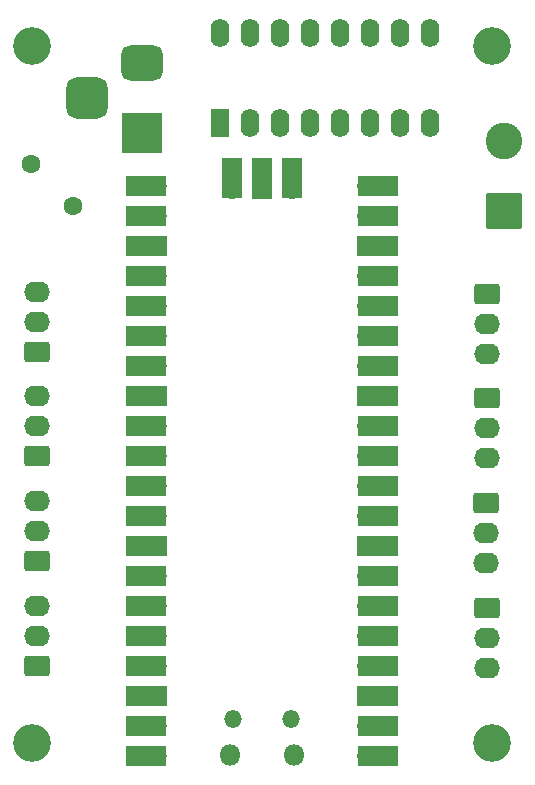
<source format=gts>
%TF.GenerationSoftware,KiCad,Pcbnew,(6.0.7)*%
%TF.CreationDate,2022-09-24T21:41:20+01:00*%
%TF.ProjectId,mini_jellies,6d696e69-5f6a-4656-9c6c-6965732e6b69,rev?*%
%TF.SameCoordinates,Original*%
%TF.FileFunction,Soldermask,Top*%
%TF.FilePolarity,Negative*%
%FSLAX46Y46*%
G04 Gerber Fmt 4.6, Leading zero omitted, Abs format (unit mm)*
G04 Created by KiCad (PCBNEW (6.0.7)) date 2022-09-24 21:41:20*
%MOMM*%
%LPD*%
G01*
G04 APERTURE LIST*
G04 Aperture macros list*
%AMRoundRect*
0 Rectangle with rounded corners*
0 $1 Rounding radius*
0 $2 $3 $4 $5 $6 $7 $8 $9 X,Y pos of 4 corners*
0 Add a 4 corners polygon primitive as box body*
4,1,4,$2,$3,$4,$5,$6,$7,$8,$9,$2,$3,0*
0 Add four circle primitives for the rounded corners*
1,1,$1+$1,$2,$3*
1,1,$1+$1,$4,$5*
1,1,$1+$1,$6,$7*
1,1,$1+$1,$8,$9*
0 Add four rect primitives between the rounded corners*
20,1,$1+$1,$2,$3,$4,$5,0*
20,1,$1+$1,$4,$5,$6,$7,0*
20,1,$1+$1,$6,$7,$8,$9,0*
20,1,$1+$1,$8,$9,$2,$3,0*%
G04 Aperture macros list end*
%ADD10C,1.600000*%
%ADD11C,3.200000*%
%ADD12RoundRect,0.250000X0.845000X-0.620000X0.845000X0.620000X-0.845000X0.620000X-0.845000X-0.620000X0*%
%ADD13O,2.190000X1.740000*%
%ADD14RoundRect,0.250000X-0.845000X0.620000X-0.845000X-0.620000X0.845000X-0.620000X0.845000X0.620000X0*%
%ADD15R,1.600000X2.400000*%
%ADD16O,1.600000X2.400000*%
%ADD17O,1.500000X1.500000*%
%ADD18O,1.800000X1.800000*%
%ADD19O,1.700000X1.700000*%
%ADD20R,3.500000X1.700000*%
%ADD21R,1.700000X1.700000*%
%ADD22R,1.700000X3.500000*%
%ADD23RoundRect,0.875000X-0.875000X0.875000X-0.875000X-0.875000X0.875000X-0.875000X0.875000X0.875000X0*%
%ADD24RoundRect,0.750000X-1.000000X0.750000X-1.000000X-0.750000X1.000000X-0.750000X1.000000X0.750000X0*%
%ADD25R,3.500000X3.500000*%
%ADD26RoundRect,0.249999X1.300001X-1.300001X1.300001X1.300001X-1.300001X1.300001X-1.300001X-1.300001X0*%
%ADD27C,3.100000*%
G04 APERTURE END LIST*
D10*
%TO.C,C1*%
X100482233Y-59482233D03*
X104017767Y-63017767D03*
%TD*%
D11*
%TO.C,H1*%
X100500000Y-49500000D03*
%TD*%
%TO.C,H3*%
X100500000Y-108500000D03*
%TD*%
D12*
%TO.C,J3*%
X100965000Y-75390000D03*
D13*
X100965000Y-72850000D03*
X100965000Y-70310000D03*
%TD*%
D14*
%TO.C,J7*%
X139025000Y-70485000D03*
D13*
X139025000Y-73025000D03*
X139025000Y-75565000D03*
%TD*%
D12*
%TO.C,J5*%
X100985000Y-93110000D03*
D13*
X100985000Y-90570000D03*
X100985000Y-88030000D03*
%TD*%
D15*
%TO.C,U1*%
X116425000Y-56025000D03*
D16*
X118965000Y-56025000D03*
X121505000Y-56025000D03*
X124045000Y-56025000D03*
X126585000Y-56025000D03*
X129125000Y-56025000D03*
X131665000Y-56025000D03*
X134205000Y-56025000D03*
X134205000Y-48405000D03*
X131665000Y-48405000D03*
X129125000Y-48405000D03*
X126585000Y-48405000D03*
X124045000Y-48405000D03*
X121505000Y-48405000D03*
X118965000Y-48405000D03*
X116425000Y-48405000D03*
%TD*%
D17*
%TO.C,U2*%
X117575000Y-106470000D03*
D18*
X122725000Y-109500000D03*
D17*
X122425000Y-106470000D03*
D18*
X117275000Y-109500000D03*
D19*
X128890000Y-109630000D03*
D20*
X129790000Y-109630000D03*
X129790000Y-107090000D03*
D19*
X128890000Y-107090000D03*
D21*
X128890000Y-104550000D03*
D20*
X129790000Y-104550000D03*
X129790000Y-102010000D03*
D19*
X128890000Y-102010000D03*
D20*
X129790000Y-99470000D03*
D19*
X128890000Y-99470000D03*
X128890000Y-96930000D03*
D20*
X129790000Y-96930000D03*
D19*
X128890000Y-94390000D03*
D20*
X129790000Y-94390000D03*
D21*
X128890000Y-91850000D03*
D20*
X129790000Y-91850000D03*
D19*
X128890000Y-89310000D03*
D20*
X129790000Y-89310000D03*
D19*
X128890000Y-86770000D03*
D20*
X129790000Y-86770000D03*
D19*
X128890000Y-84230000D03*
D20*
X129790000Y-84230000D03*
X129790000Y-81690000D03*
D19*
X128890000Y-81690000D03*
D21*
X128890000Y-79150000D03*
D20*
X129790000Y-79150000D03*
D19*
X128890000Y-76610000D03*
D20*
X129790000Y-76610000D03*
D19*
X128890000Y-74070000D03*
D20*
X129790000Y-74070000D03*
X129790000Y-71530000D03*
D19*
X128890000Y-71530000D03*
X128890000Y-68990000D03*
D20*
X129790000Y-68990000D03*
D21*
X128890000Y-66450000D03*
D20*
X129790000Y-66450000D03*
D19*
X128890000Y-63910000D03*
D20*
X129790000Y-63910000D03*
D19*
X128890000Y-61370000D03*
D20*
X129790000Y-61370000D03*
D19*
X111110000Y-61370000D03*
D20*
X110210000Y-61370000D03*
D19*
X111110000Y-63910000D03*
D20*
X110210000Y-63910000D03*
D21*
X111110000Y-66450000D03*
D20*
X110210000Y-66450000D03*
X110210000Y-68990000D03*
D19*
X111110000Y-68990000D03*
D20*
X110210000Y-71530000D03*
D19*
X111110000Y-71530000D03*
D20*
X110210000Y-74070000D03*
D19*
X111110000Y-74070000D03*
X111110000Y-76610000D03*
D20*
X110210000Y-76610000D03*
X110210000Y-79150000D03*
D21*
X111110000Y-79150000D03*
D20*
X110210000Y-81690000D03*
D19*
X111110000Y-81690000D03*
X111110000Y-84230000D03*
D20*
X110210000Y-84230000D03*
D19*
X111110000Y-86770000D03*
D20*
X110210000Y-86770000D03*
X110210000Y-89310000D03*
D19*
X111110000Y-89310000D03*
D20*
X110210000Y-91850000D03*
D21*
X111110000Y-91850000D03*
D20*
X110210000Y-94390000D03*
D19*
X111110000Y-94390000D03*
D20*
X110210000Y-96930000D03*
D19*
X111110000Y-96930000D03*
D20*
X110210000Y-99470000D03*
D19*
X111110000Y-99470000D03*
X111110000Y-102010000D03*
D20*
X110210000Y-102010000D03*
D21*
X111110000Y-104550000D03*
D20*
X110210000Y-104550000D03*
X110210000Y-107090000D03*
D19*
X111110000Y-107090000D03*
D20*
X110210000Y-109630000D03*
D19*
X111110000Y-109630000D03*
D22*
X122540000Y-60700000D03*
D19*
X122540000Y-61600000D03*
D21*
X120000000Y-61600000D03*
D22*
X120000000Y-60700000D03*
X117460000Y-60700000D03*
D19*
X117460000Y-61600000D03*
%TD*%
D14*
%TO.C,J8*%
X139025000Y-79315000D03*
D13*
X139025000Y-81855000D03*
X139025000Y-84395000D03*
%TD*%
D11*
%TO.C,H4*%
X139500000Y-108500000D03*
%TD*%
D23*
%TO.C,J2*%
X105157500Y-53900000D03*
D24*
X109857500Y-50900000D03*
D25*
X109857500Y-56900000D03*
%TD*%
D12*
%TO.C,J4*%
X100965000Y-84220000D03*
D13*
X100965000Y-81680000D03*
X100965000Y-79140000D03*
%TD*%
D26*
%TO.C,J1*%
X140500000Y-63500000D03*
D27*
X140500000Y-57500000D03*
%TD*%
D11*
%TO.C,H2*%
X139500000Y-49500000D03*
%TD*%
D12*
%TO.C,J6*%
X100985000Y-102000000D03*
D13*
X100985000Y-99460000D03*
X100985000Y-96920000D03*
%TD*%
D14*
%TO.C,J10*%
X139045000Y-97075000D03*
D13*
X139045000Y-99615000D03*
X139045000Y-102155000D03*
%TD*%
D14*
%TO.C,J9*%
X139005000Y-88185000D03*
D13*
X139005000Y-90725000D03*
X139005000Y-93265000D03*
%TD*%
M02*

</source>
